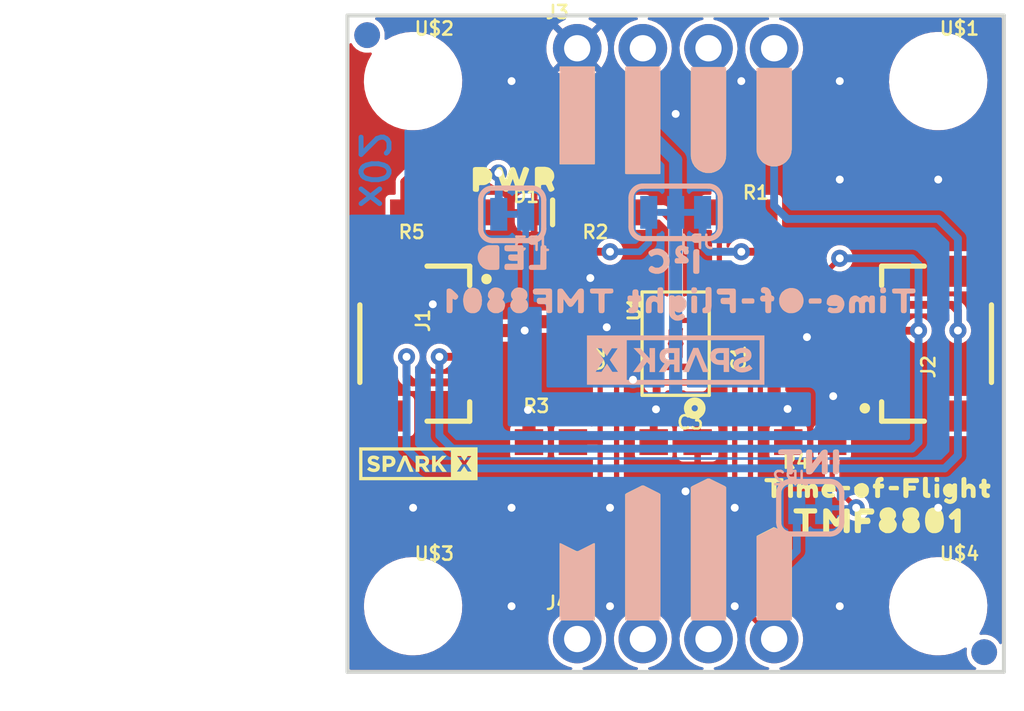
<source format=kicad_pcb>
(kicad_pcb (version 20211014) (generator pcbnew)
  (layers (0 "F.Cu" signal) (31 "B.Cu" signal) (34 "B.Paste" user) (35 "F.Paste" user) (36 "B.SilkS" user "B.Silkscreen") (37 "F.SilkS" user "F.Silkscreen") (38 "B.Mask" user) (39 "F.Mask" user) (44 "Edge.Cuts" user))
  (net 0 "")
  (net 1 "GND")
  (net 2 "3.3V")
  (net 3 "SCL")
  (net 4 "N$2")
  (net 5 "N$3")
  (net 6 "SDA")
  (net 7 "EN")
  (net 8 "GPIO1")
  (net 9 "GPIO0")
  (net 10 "N$1")
  (net 11 "N$4")
  (net 12 "~{INT}")
  (net 13 "N$5")
  (footprint "eagleBoard:DUMMY" (layer "F.Cu") (at 135.5471 118.2116)
    (fp_text reference "FRAME1" hide)
    (fp_text value "FRAME-LETTERNO_PACKAGE" hide)
  )
  (footprint "eagleBoard:STAND-OFF" (layer "F.Cu") (at 138.3411 115.1636)
    (fp_text reference "U$3" (at 0 -2.032) (layer "F.SilkS") (effects (font (size 0.512064 0.512064) (thickness 0.097536)) (justify left)))
    (fp_text value "")
    (pad "" np_thru_hole circle (at 0 0) (size 3.302 3.302) (drill 3.302) (layers *.Cu *.Mask))
  )
  (footprint "eagleBoard:#3#3V#1" (layer "F.Cu") (at 147.2311 98.7806 90)
    (fp_text reference "U$5" hide)
    (fp_text value "" hide)
  )
  (footprint "eagleBoard:FIDUCIAL-1X2" (layer "F.Cu") (at 136.5631 93.0656)
    (fp_text reference "FD1" hide)
    (fp_text value "FIDUCIAL1X2" hide)
    (pad "1" smd roundrect (at 0 0) (size 1 1) (layers "F.Cu" "F.Mask") (roundrect_rratio 0.5))
  )
  (footprint "eagleBoard:TIME#OF#FLIGHT0" (layer "F.Cu") (at 156.3751 110.5916)
    (fp_text reference "U$14" hide)
    (fp_text value "" hide)
  )
  (footprint "eagleBoard:TMF8801-CUSTOM" (layer "F.Cu") (at 148.5011 105.0036 90)
    (fp_text reference "U1" (at 0.81 -1.6 90) (layer "F.SilkS") (effects (font (size 0.460045 0.460045) (thickness 0.149555)) (justify left)))
    (fp_text value "TMF8801")
    (pad "1" smd rect (at -1.5 0.7375 90) (size 0.35 0.575) (layers "F.Cu" "F.Paste" "F.Mask") (net 2 "3.3V"))
    (pad "2" smd rect (at -0.9 0.7375 90) (size 0.35 0.575) (layers "F.Cu" "F.Paste" "F.Mask") (net 1 "GND"))
    (pad "3" smd rect (at -0.3 0.7375 90) (size 0.35 0.575) (layers "F.Cu" "F.Paste" "F.Mask") (net 9 "GPIO0"))
    (pad "4" smd rect (at 0.3 0.7375 90) (size 0.35 0.575) (layers "F.Cu" "F.Paste" "F.Mask") (net 12 "~{INT}"))
    (pad "5" smd rect (at 0.9 0.7375 90) (size 0.35 0.575) (layers "F.Cu" "F.Paste" "F.Mask") (net 3 "SCL"))
    (pad "6" smd rect (at 1.5 0.7375 90) (size 0.35 0.575) (layers "F.Cu" "F.Paste" "F.Mask") (net 6 "SDA"))
    (pad "7" smd rect (at 1.5 -0.7375 90) (size 0.35 0.575) (layers "F.Cu" "F.Paste" "F.Mask") (net 2 "3.3V"))
    (pad "8" smd rect (at 0.9 -0.7375 90) (size 0.35 0.575) (layers "F.Cu" "F.Paste" "F.Mask") (net 1 "GND"))
    (pad "9" smd rect (at 0.3 -0.7375 90) (size 0.35 0.575) (layers "F.Cu" "F.Paste" "F.Mask") (net 7 "EN"))
    (pad "10" smd rect (at -0.3 -0.7375 90) (size 0.35 0.575) (layers "F.Cu" "F.Paste" "F.Mask") (net 8 "GPIO1"))
    (pad "11" smd rect (at -0.9 -0.7375 90) (size 0.35 0.575) (layers "F.Cu" "F.Paste" "F.Mask") (net 1 "GND"))
    (pad "12" smd rect (at -1.5 -0.7375 90) (size 0.35 0.575) (layers "F.Cu" "F.Paste" "F.Mask") (net 2 "3.3V"))
  )
  (footprint "eagleBoard:FIDUCIAL-1X2" (layer "F.Cu") (at 160.4391 116.9416)
    (fp_text reference "FD3" hide)
    (fp_text value "FIDUCIAL1X2" hide)
    (pad "1" smd roundrect (at 0 0) (size 1 1) (layers "F.Cu" "F.Mask") (roundrect_rratio 0.5))
  )
  (footprint "eagleBoard:LED-0603" (layer "F.Cu") (at 142.1511 99.9236)
    (fp_text reference "D1" (at 0 -0.635) (layer "F.SilkS") (effects (font (size 0.512064 0.512064) (thickness 0.097536)) (justify left)))
    (fp_text value "RED")
    (pad "A" smd roundrect (at -0.877 0 270) (size 1 1) (layers "F.Cu" "F.Paste" "F.Mask") (roundrect_rratio 0.15) (net 10 "N$1"))
    (pad "C" smd roundrect (at 0.877 0 270) (size 1 1) (layers "F.Cu" "F.Paste" "F.Mask") (roundrect_rratio 0.15) (net 1 "GND"))
  )
  (footprint "eagleBoard:##INT##7" (layer "F.Cu") (at 152.319393 116.03746 90)
    (fp_text reference "U$8" hide)
    (fp_text value "" hide)
  )
  (footprint "eagleBoard:1X04_NO_SILK" (layer "F.Cu") (at 144.6911 116.4336)
    (fp_text reference "J4" (at -1.27 -1.397) (layer "F.SilkS") (effects (font (size 0.512064 0.512064) (thickness 0.097536)) (justify left)))
    (fp_text value "")
    (pad "1" thru_hole circle (at 0 0 90) (size 1.8796 1.8796) (drill 1.016) (layers *.Cu *.Mask) (net 7 "EN"))
    (pad "2" thru_hole circle (at 2.54 0 90) (size 1.8796 1.8796) (drill 1.016) (layers *.Cu *.Mask) (net 8 "GPIO1"))
    (pad "3" thru_hole circle (at 5.08 0 90) (size 1.8796 1.8796) (drill 1.016) (layers *.Cu *.Mask) (net 9 "GPIO0"))
    (pad "4" thru_hole circle (at 7.62 0 90) (size 1.8796 1.8796) (drill 1.016) (layers *.Cu *.Mask) (net 12 "~{INT}"))
  )
  (footprint "eagleBoard:TMF88010" (layer "F.Cu") (at 156.3751 111.8616)
    (fp_text reference "U$13" hide)
    (fp_text value "" hide)
  )
  (footprint "eagleBoard:SPARKX-TINY" (layer "F.Cu") (at 138.5443 109.6518)
    (fp_text reference "U$20" hide)
    (fp_text value "" hide)
  )
  (footprint "eagleBoard:0603" (layer "F.Cu") (at 143.6751 108.8136 180)
    (fp_text reference "R3" (at 0 1.397) (layer "F.SilkS") (effects (font (size 0.512064 0.512064) (thickness 0.097536)) (justify right)))
    (fp_text value "10k")
    (pad "1" smd rect (at -0.85 0 180) (size 1.1 1) (layers "F.Cu" "F.Paste" "F.Mask") (net 7 "EN"))
    (pad "2" smd rect (at 0.85 0 180) (size 1.1 1) (layers "F.Cu" "F.Paste" "F.Mask") (net 2 "3.3V"))
  )
  (footprint "eagleBoard:0603" (layer "F.Cu") (at 148.5011 108.8136)
    (fp_text reference "C3" (at 0 -0.762) (layer "F.SilkS") (effects (font (size 0.512064 0.512064) (thickness 0.097536)) (justify left)))
    (fp_text value "0.1uF")
    (pad "1" smd rect (at -0.85 0) (size 1.1 1) (layers "F.Cu" "F.Paste" "F.Mask") (net 2 "3.3V"))
    (pad "2" smd rect (at 0.85 0) (size 1.1 1) (layers "F.Cu" "F.Paste" "F.Mask") (net 1 "GND"))
  )
  (footprint "eagleBoard:STAND-OFF" (layer "F.Cu") (at 158.6611 115.1636)
    (fp_text reference "U$4" (at 0 -2.032) (layer "F.SilkS") (effects (font (size 0.512064 0.512064) (thickness 0.097536)) (justify left)))
    (fp_text value "")
    (pad "" np_thru_hole circle (at 0 0) (size 3.302 3.302) (drill 3.302) (layers *.Cu *.Mask))
  )
  (footprint "eagleBoard:#GPIO0#7" (layer "F.Cu") (at 149.7711 116.0526 90)
    (fp_text reference "U$9" hide)
    (fp_text value "" hide)
  )
  (footprint "eagleBoard:0603" (layer "F.Cu") (at 151.0411 99.9236)
    (fp_text reference "R1" (at 0 -0.762) (layer "F.SilkS") (effects (font (size 0.512064 0.512064) (thickness 0.097536)) (justify left)))
    (fp_text value "2.2k")
    (pad "1" smd rect (at -0.85 0) (size 1.1 1) (layers "F.Cu" "F.Paste" "F.Mask") (net 6 "SDA"))
    (pad "2" smd rect (at 0.85 0) (size 1.1 1) (layers "F.Cu" "F.Paste" "F.Mask") (net 4 "N$2"))
  )
  (footprint "eagleBoard:JST04_1MM_RA" (layer "F.Cu") (at 140.8811 105.0036 -90)
    (fp_text reference "J1" (at -1.397 2.159 90) (layer "F.SilkS") (effects (font (size 0.512064 0.512064) (thickness 0.097536)) (justify right)))
    (fp_text value "Qwiic")
    (pad "1" smd rect (at -1.5 0 270) (size 0.6 1.35) (layers "F.Cu" "F.Paste" "F.Mask") (net 1 "GND"))
    (pad "2" smd rect (at -0.5 0 270) (size 0.6 1.35) (layers "F.Cu" "F.Paste" "F.Mask") (net 2 "3.3V"))
    (pad "3" smd rect (at 0.5 0 270) (size 0.6 1.35) (layers "F.Cu" "F.Paste" "F.Mask") (net 6 "SDA"))
    (pad "4" smd rect (at 1.5 0 270) (size 0.6 1.35) (layers "F.Cu" "F.Paste" "F.Mask") (net 3 "SCL"))
    (pad "NC1" smd rect (at 2.8 3.675 270) (size 1.2 2) (layers "F.Cu" "F.Paste" "F.Mask"))
    (pad "NC2" smd rect (at -2.8 3.675 270) (size 1.2 2) (layers "F.Cu" "F.Paste" "F.Mask"))
  )
  (footprint "eagleBoard:0603" (layer "F.Cu") (at 144.6911 105.0036 -90)
    (fp_text reference "C2" (at 0 -0.7874 90) (layer "F.SilkS") (effects (font (size 0.512064 0.512064) (thickness 0.097536)) (justify right)))
    (fp_text value "0.1uF")
    (pad "1" smd rect (at -0.85 0 270) (size 1.1 1) (layers "F.Cu" "F.Paste" "F.Mask") (net 2 "3.3V"))
    (pad "2" smd rect (at 0.85 0 270) (size 1.1 1) (layers "F.Cu" "F.Paste" "F.Mask") (net 1 "GND"))
  )
  (footprint "eagleBoard:0603" (layer "F.Cu") (at 145.9611 99.9236 180)
    (fp_text reference "R2" (at 0 -0.762) (layer "F.SilkS") (effects (font (size 0.512064 0.512064) (thickness 0.097536)) (justify right)))
    (fp_text value "2.2k")
    (pad "1" smd rect (at -0.85 0 180) (size 1.1 1) (layers "F.Cu" "F.Paste" "F.Mask") (net 3 "SCL"))
    (pad "2" smd rect (at 0.85 0 180) (size 1.1 1) (layers "F.Cu" "F.Paste" "F.Mask") (net 5 "N$3"))
  )
  (footprint "eagleBoard:0603" (layer "F.Cu") (at 138.8491 99.9236 180)
    (fp_text reference "R5" (at 0 -0.762) (layer "F.SilkS") (effects (font (size 0.512064 0.512064) (thickness 0.097536)) (justify right)))
    (fp_text value "1k")
    (pad "1" smd rect (at -0.85 0 180) (size 1.1 1) (layers "F.Cu" "F.Paste" "F.Mask") (net 10 "N$1"))
    (pad "2" smd rect (at 0.85 0 180) (size 1.1 1) (layers "F.Cu" "F.Paste" "F.Mask") (net 11 "N$4"))
  )
  (footprint "eagleBoard:#GND#0" (layer "F.Cu") (at 144.6911 98.3996 90)
    (fp_text reference "U$7" hide)
    (fp_text value "" hide)
  )
  (footprint "eagleBoard:#EN#6" (layer "F.Cu") (at 144.6911 116.0526 90)
    (fp_text reference "U$11" hide)
    (fp_text value "" hide)
  )
  (footprint "eagleBoard:STAND-OFF" (layer "F.Cu") (at 138.3411 94.8436)
    (fp_text reference "U$2" (at 0 -2.032) (layer "F.SilkS") (effects (font (size 0.512064 0.512064) (thickness 0.097536)) (justify left)))
    (fp_text value "")
    (pad "" np_thru_hole circle (at 0 0) (size 3.302 3.302) (drill 3.302) (layers *.Cu *.Mask))
  )
  (footprint "eagleBoard:#SDA#4" (layer "F.Cu") (at 149.7711 98.3996 90)
    (fp_text reference "U$6" hide)
    (fp_text value "" hide)
  )
  (footprint "eagleBoard:STAND-OFF" (layer "F.Cu") (at 158.6611 94.8436)
    (fp_text reference "U$1" (at 0 -2.032) (layer "F.SilkS") (effects (font (size 0.512064 0.512064) (thickness 0.097536)) (justify left)))
    (fp_text value "")
    (pad "" np_thru_hole circle (at 0 0) (size 3.302 3.302) (drill 3.302) (layers *.Cu *.Mask))
  )
  (footprint "eagleBoard:#SCL#5" (layer "F.Cu") (at 152.3111 98.1456 90)
    (fp_text reference "U$21" hide)
    (fp_text value "" hide)
  )
  (footprint "eagleBoard:#GPIO1#7" (layer "F.Cu") (at 147.2311 116.0526 90)
    (fp_text reference "U$10" hide)
    (fp_text value "" hide)
  )
  (footprint "eagleBoard:PWR2" (layer "F.Cu") (at 142.2781 98.6536)
    (fp_text reference "U$30" hide)
    (fp_text value "" hide)
  )
  (footprint "eagleBoard:JST04_1MM_RA" (layer "F.Cu") (at 156.1211 105.0036 90)
    (fp_text reference "J2" (at -1.397 2.159 90) (layer "F.SilkS") (effects (font (size 0.512064 0.512064) (thickness 0.097536)) (justify left)))
    (fp_text value "Qwiic")
    (pad "1" smd rect (at -1.5 0 90) (size 0.6 1.35) (layers "F.Cu" "F.Paste" "F.Mask") (net 1 "GND"))
    (pad "2" smd rect (at -0.5 0 90) (size 0.6 1.35) (layers "F.Cu" "F.Paste" "F.Mask") (net 2 "3.3V"))
    (pad "3" smd rect (at 0.5 0 90) (size 0.6 1.35) (layers "F.Cu" "F.Paste" "F.Mask") (net 6 "SDA"))
    (pad "4" smd rect (at 1.5 0 90) (size 0.6 1.35) (layers "F.Cu" "F.Paste" "F.Mask") (net 3 "SCL"))
    (pad "NC1" smd rect (at 2.8 3.675 90) (size 1.2 2) (layers "F.Cu" "F.Paste" "F.Mask"))
    (pad "NC2" smd rect (at -2.8 3.675 90) (size 1.2 2) (layers "F.Cu" "F.Paste" "F.Mask"))
  )
  (footprint "eagleBoard:0603" (layer "F.Cu") (at 153.7081 108.8136 180)
    (fp_text reference "R4" (at 0 -0.762) (layer "F.SilkS") (effects (font (size 0.512064 0.512064) (thickness 0.097536)) (justify right)))
    (fp_text value "10k")
    (pad "1" smd rect (at -0.85 0 180) (size 1.1 1) (layers "F.Cu" "F.Paste" "F.Mask") (net 13 "N$5"))
    (pad "2" smd rect (at 0.85 0 180) (size 1.1 1) (layers "F.Cu" "F.Paste" "F.Mask") (net 2 "3.3V"))
  )
  (footprint "eagleBoard:0603" (layer "F.Cu") (at 152.3111 105.0036 90)
    (fp_text reference "C1" (at 0 -1.3716 90) (layer "F.SilkS") (effects (font (size 0.512064 0.512064) (thickness 0.097536)) (justify right)))
    (fp_text value "0.1uF")
    (pad "1" smd rect (at -0.85 0 90) (size 1.1 1) (layers "F.Cu" "F.Paste" "F.Mask") (net 2 "3.3V"))
    (pad "2" smd rect (at 0.85 0 90) (size 1.1 1) (layers "F.Cu" "F.Paste" "F.Mask") (net 1 "GND"))
  )
  (footprint "eagleBoard:1X04_NO_SILK" (layer "F.Cu") (at 144.6911 93.5736)
    (fp_text reference "J3" (at -1.27 -1.397) (layer "F.SilkS") (effects (font (size 0.512064 0.512064) (thickness 0.097536)) (justify left)))
    (fp_text value "")
    (pad "1" thru_hole circle (at 0 0 90) (size 1.8796 1.8796) (drill 1.016) (layers *.Cu *.Mask) (net 1 "GND"))
    (pad "2" thru_hole circle (at 2.54 0 90) (size 1.8796 1.8796) (drill 1.016) (layers *.Cu *.Mask) (net 2 "3.3V"))
    (pad "3" thru_hole circle (at 5.08 0 90) (size 1.8796 1.8796) (drill 1.016) (layers *.Cu *.Mask) (net 6 "SDA"))
    (pad "4" thru_hole circle (at 7.62 0 90) (size 1.8796 1.8796) (drill 1.016) (layers *.Cu *.Mask) (net 3 "SCL"))
  )
  (footprint "eagleBoard:SMT-JUMPER_2_NC_TRACE_SILK" (layer "B.Cu") (at 142.1765 99.9998)
    (fp_text reference "JP3" (at 0 1.143) (layer "B.SilkS") (effects (font (size 0.512064 0.512064) (thickness 0.097536)) (justify right mirror)))
    (fp_text value "JUMPER-SMT_2_NC_TRACE_SILK")
    (fp_poly (pts (xy 0.1905 -0.13335) (xy -0.70485 -0.13335) (xy -0.70485 0.13335) (xy 0.1905 0.13335)) (layer "B.Cu") (width 0) (fill solid))
    (pad "1" smd rect (at -0.5207 0) (size 0.6604 1.27) (layers "B.Cu" "B.Mask") (net 11 "N$4"))
    (pad "2" smd rect (at 0.5207 0) (size 0.6604 1.27) (layers "B.Cu" "B.Mask") (net 2 "3.3V"))
  )
  (footprint "eagleBoard:FIDUCIAL-1X2" (layer "B.Cu") (at 136.5631 93.0656 180)
    (fp_text reference "FD2" hide)
    (fp_text value "FIDUCIAL1X2" hide)
    (pad "1" smd roundrect (at 0 0 180) (size 1 1) (layers "B.Cu" "B.Mask") (roundrect_rratio 0.5))
  )
  (footprint "eagleBoard:#GPIO0#7" (layer "B.Cu") (at 149.7711 116.0526 90)
    (fp_text reference "U$25" hide)
    (fp_text value "" hide)
  )
  (footprint "eagleBoard:SMT-JUMPER_2_NC_TRACE_SILK" (layer "B.Cu") (at 153.7081 111.3536 180)
    (fp_text reference "JP2" (at 0 1.143) (layer "B.SilkS") (effects (font (size 0.512064 0.512064) (thickness 0.097536)) (justify left mirror)))
    (fp_text value "JUMPER-SMT_2_NC_TRACE_SILK")
    (fp_poly (pts (xy 0.1905 -0.13335) (xy -0.70485 -0.13335) (xy -0.70485 0.13335) (xy 0.1905 0.13335)) (layer "B.Cu") (width 0) (fill solid))
    (pad "1" smd rect (at -0.5207 0 180) (size 0.6604 1.27) (layers "B.Cu" "B.Mask") (net 13 "N$5"))
    (pad "2" smd rect (at 0.5207 0 180) (size 0.6604 1.27) (layers "B.Cu" "B.Mask") (net 12 "~{INT}"))
  )
  (footprint "eagleBoard:LED1" (layer "B.Cu") (at 142.1257 101.6762 180)
    (fp_text reference "U$29" hide)
    (fp_text value "" hide)
  )
  (footprint "eagleBoard:#GPIO1#7" (layer "B.Cu") (at 147.2311 116.0526 90)
    (fp_text reference "U$26" hide)
    (fp_text value "" hide)
  )
  (footprint "eagleBoard:SPARKX-SMALL" (layer "B.Cu") (at 148.5011 105.6386 180)
    (fp_text reference "U$27" hide)
    (fp_text value "" hide)
  )
  (footprint "eagleBoard:#EN#6" (layer "B.Cu") (at 144.6911 116.0526 90)
    (fp_text reference "U$23" hide)
    (fp_text value "" hide)
  )
  (footprint "eagleBoard:TIME#OF#FLIGHT_TMF88018" (layer "B.Cu") (at 148.6281 103.3526 180)
    (fp_text reference "U$16" hide)
    (fp_text value "" hide)
  )
  (footprint "eagleBoard:SMT-JUMPER_3_2-NC_TRACE_SILK" (layer "B.Cu") (at 148.5011 99.9236)
    (fp_text reference "JP1" (at 0 1.143) (layer "B.SilkS") (effects (font (size 0.512064 0.512064) (thickness 0.097536)) (justify right mirror)))
    (fp_text value "JUMPER-SMT_3_2-NC_TRACE_SILK")
    (fp_poly (pts (xy 0.7112 -0.13335) (xy -0.7112 -0.13335) (xy -0.7112 0.13335) (xy 0.7112 0.13335)) (layer "B.Cu") (width 0) (fill solid))
    (pad "1" smd rect (at -1.0414 0) (size 0.6604 1.27) (layers "B.Cu" "B.Mask") (net 5 "N$3"))
    (pad "2" smd rect (at 0 0) (size 0.6604 1.27) (layers "B.Cu" "B.Mask") (net 2 "3.3V"))
    (pad "3" smd rect (at 1.0414 0) (size 0.6604 1.27) (layers "B.Cu" "B.Mask") (net 4 "N$2"))
  )
  (footprint "eagleBoard:#3#3V#1" (layer "B.Cu") (at 147.2311 98.7806 90)
    (fp_text reference "U$17" hide)
    (fp_text value "" hide)
  )
  (footprint "eagleBoard:#GND#0" (layer "B.Cu") (at 144.6911 98.3996 90)
    (fp_text reference "U$18" hide)
    (fp_text value "" hide)
  )
  (footprint "eagleBoard:##INT##7" (layer "B.Cu") (at 152.3111 116.0526 90)
    (fp_text reference "U$24" hide)
    (fp_text value "" hide)
  )
  (footprint "eagleBoard:I�C0" (layer "B.Cu") (at 148.3741 101.8286 180)
    (fp_text reference "U$28" hide)
    (fp_text value "" hide)
  )
  (footprint "eagleBoard:#SCL#5" (layer "B.Cu") (at 152.3111 98.1456 90)
    (fp_text reference "U$22" hide)
    (fp_text value "" hide)
  )
  (footprint "eagleBoard:#SDA#4" (layer "B.Cu") (at 149.7711 98.3996 90)
    (fp_text reference "U$19" hide)
    (fp_text value "" hide)
  )
  (footprint "eagleBoard:#INT0" (layer "B.Cu") (at 153.5811 109.4486 180)
    (fp_text reference "U$12" hide)
    (fp_text value "" hide)
  )
  (footprint "eagleBoard:FIDUCIAL-1X2" (layer "B.Cu") (at 160.4391 116.9416 180)
    (fp_text reference "FD4" hide)
    (fp_text value "FIDUCIAL1X2" hide)
    (pad "1" smd roundrect (at 0 0 180) (size 1 1) (layers "B.Cu" "B.Mask") (roundrect_rratio 0.5))
  )
  (gr_line (start 135.8011 117.7036) (end 161.2011 117.7036) (layer "Edge.Cuts") (width 0.1524))
  (gr_line (start 161.2011 92.3036) (end 135.8011 92.3036) (layer "Edge.Cuts") (width 0.1524))
  (gr_line (start 135.8011 92.3036) (end 135.8011 117.7036) (layer "Edge.Cuts") (width 0.1524))
  (gr_line (start 161.2011 117.7036) (end 161.2011 92.3036) (layer "Edge.Cuts") (width 0.1524))
  (gr_text "x02" (at 136.8171 98.2726 -90) (layer "B.Cu") (effects (font (size 1.0795 1.0795) (thickness 0.1905)) (justify mirror)))
  (via (at 154.8511 94.8436) (size 0.6604) (drill 0.3048) (layers "F.Cu" "B.Cu") (net 1))
  (via (at 139.1031 103.4796) (size 0.6604) (drill 0.3048) (layers "F.Cu" "B.Cu") (net 1))
  (via (at 153.5811 104.7496) (size 0.6604) (drill 0.3048) (layers "F.Cu" "B.Cu") (net 1))
  (via (at 154.5971 107.0356) (size 0.6604) (drill 0.3048) (layers "F.Cu" "B.Cu") (net 1))
  (via (at 142.1511 115.1636) (size 0.6604) (drill 0.3048) (layers "F.Cu" "B.Cu") (net 1))
  (via (at 145.8341 104.3686) (size 0.6604) (drill 0.3048) (layers "F.Cu" "B.Cu") (net 1))
  (via (at 145.9611 111.3536) (size 0.6604) (drill 0.3048) (layers "F.Cu" "B.Cu") (net 1))
  (via (at 150.7871 111.3536) (size 0.6604) (drill 0.3048) (layers "F.Cu" "B.Cu") (net 1))
  (via (at 150.7871 115.1636) (size 0.6604) (drill 0.3048) (layers "F.Cu" "B.Cu") (net 1))
  (via (at 148.8821 110.7186) (size 0.6604) (drill 0.3048) (layers "F.Cu" "B.Cu") (net 1))
  (via (at 138.3411 111.3536) (size 0.6604) (drill 0.3048) (layers "F.Cu" "B.Cu") (net 1))
  (via (at 154.8511 98.6536) (size 0.6604) (drill 0.3048) (layers "F.Cu" "B.Cu") (net 1))
  (via (at 145.9611 115.1636) (size 0.6604) (drill 0.3048) (layers "F.Cu" "B.Cu") (net 1))
  (via (at 145.1991 102.4636) (size 0.6604) (drill 0.3048) (layers "F.Cu" "B.Cu") (net 1))
  (via (at 158.6611 111.3536) (size 0.6604) (drill 0.3048) (layers "F.Cu" "B.Cu") (net 1))
  (via (at 154.8511 115.1636) (size 0.6604) (drill 0.3048) (layers "F.Cu" "B.Cu") (net 1))
  (via (at 142.1511 94.8436) (size 0.6604) (drill 0.3048) (layers "F.Cu" "B.Cu") (net 1))
  (via (at 142.1511 111.3536) (size 0.6604) (drill 0.3048) (layers "F.Cu" "B.Cu") (net 1))
  (via (at 148.5011 96.1136) (size 0.6604) (drill 0.3048) (layers "F.Cu" "B.Cu") (net 1))
  (via (at 158.6611 98.6536) (size 0.6604) (drill 0.3048) (layers "F.Cu" "B.Cu") (net 1))
  (via (at 146.8501 106.4006) (size 0.6604) (drill 0.3048) (layers "F.Cu" "B.Cu") (net 1))
  (via (at 151.0411 94.8436) (size 0.6604) (drill 0.3048) (layers "F.Cu" "B.Cu") (net 1))
  (segment (start 142.8251 108.8136) (end 142.8251 107.5572) (width 0.508) (layer "F.Cu") (net 2))
  (segment (start 145.3021 103.5036) (end 144.6911 104.1146) (width 0.3048) (layer "F.Cu") (net 2))
  (segment (start 147.6511 108.8136) (end 147.6511 108.1396) (width 0.3048) (layer "F.Cu") (net 2))
  (segment (start 144.6911 104.1536) (end 144.6911 104.1146) (width 0.3048) (layer "F.Cu") (net 2))
  (segment (start 147.7391 108.0516) (end 147.7391 107.5436) (width 0.3048) (layer "F.Cu") (net 2))
  (segment (start 140.8891 104.4956) (end 142.6591 104.4956) (width 0.508) (layer "F.Cu") (net 2))
  (segment (start 147.7636 107.5191) (end 147.7391 107.5436) (width 0.3048) (layer "F.Cu") (net 2))
  (segment (start 147.7636 106.5036) (end 147.7636 107.5191) (width 0.3048) (layer "F.Cu") (net 2))
  (segment (start 147.7636 103.5036) (end 145.3021 103.5036) (width 0.3048) (layer "F.Cu") (net 2))
  (segment (start 152.8581 108.8136) (end 152.8581 107.5808) (width 0.508) (layer "F.Cu") (net 2))
  (segment (start 156.1211 105.5036) (end 154.3511 105.5036) (width 0.508) (layer "F.Cu") (net 2))
  (segment (start 152.3111 107.0102) (end 152.8318 107.5309) (width 0.508) (layer "F.Cu") (net 2))
  (segment (start 142.8115 107.5436) (end 142.7861 107.569) (width 0.508) (layer "F.Cu") (net 2))
  (segment (start 147.6511 108.1396) (end 147.7391 108.0516) (width 0.3048) (layer "F.Cu") (net 2))
  (segment (start 140.8811 104.5036) (end 140.8891 104.4956) (width 0.508) (layer "F.Cu") (net 2))
  (segment (start 152.8699 107.569) (end 152.8318 107.5309) (width 0.508) (layer "F.Cu") (net 2))
  (segment (start 154.0011 105.8536) (end 152.3111 105.8536) (width 0.508) (layer "F.Cu") (net 2))
  (segment (start 143.0011 104.1536) (end 142.6591 104.4956) (width 0.508) (layer "F.Cu") (net 2))
  (segment (start 152.8581 107.5808) (end 152.8699 107.569) (width 0.508) (layer "F.Cu") (net 2))
  (segment (start 147.7636 106.5036) (end 149.2386 106.5036) (width 0.254) (layer "F.Cu") (net 2))
  (segment (start 154.3511 105.5036) (end 154.0011 105.8536) (width 0.508) (layer "F.Cu") (net 2))
  (segment (start 152.3111 105.8536) (end 152.3111 107.0102) (width 0.508) (layer "F.Cu") (net 2))
  (segment (start 142.8251 107.5572) (end 142.8115 107.5436) (width 0.508) (layer "F.Cu") (net 2))
  (segment (start 144.6911 104.1536) (end 143.0011 104.1536) (width 0.508) (layer "F.Cu") (net 2))
  (via (at 147.7391 107.5436) (size 0.6604) (drill 0.3048) (layers "F.Cu" "B.Cu") (net 2))
  (via (at 152.8318 107.5309) (size 0.6604) (drill 0.3048) (layers "F.Cu" "B.Cu") (net 2))
  (via (at 142.7861 107.569) (size 0.6604) (drill 0.3048) (layers "F.Cu" "B.Cu") (net 2))
  (via (at 142.6591 104.4956) (size 0.6604) (drill 0.3048) (layers "F.Cu" "B.Cu") (net 2))
  (segment (start 147.2311 96.6216) (end 148.5011 97.8916) (width 0.508) (layer "B.Cu") (net 2))
  (segment (start 148.5011 99.9236) (end 148.5011 107.0356) (width 0.508) (layer "B.Cu") (net 2))
  (segment (start 147.2311 93.5736) (end 147.2311 96.6216) (width 0.508) (layer "B.Cu") (net 2))
  (segment (start 142.6972 99.9998) (end 142.6972 104.4575) (width 0.254) (layer "B.Cu") (net 2))
  (segment (start 142.6972 104.4575) (end 142.6591 104.4956) (width 0.254) (layer "B.Cu") (net 2))
  (segment (start 148.5011 97.8916) (end 148.5011 99.9236) (width 0.508) (layer "B.Cu") (net 2))
  (segment (start 148.5011 103.8606) (end 148.5011 100.4316) (width 0.2032) (layer "F.Cu") (net 3))
  (segment (start 154.3431 103.4796) (end 156.0971 103.4796) (width 0.2032) (layer "F.Cu") (net 3))
  (segment (start 156.1211 103.5036) (end 159.1931 103.5036) (width 0.3048) (layer "F.Cu") (net 3))
  (segment (start 153.8351 102.9716) (end 154.3431 103.4796) (width 0.2032) (layer "F.Cu") (net 3))
  (segment (start 140.8811 106.5036) (end 138.3171 106.5036) (width 0.3048) (layer "F.Cu") (net 3))
  (segment (start 159.1931 103.5036) (end 159.4231 103.7336) (width 0.3048) (layer "F.Cu") (net 3))
  (segment (start 150.6711 104.1036) (end 151.8031 102.9716) (width 0.2032) (layer "F.Cu") (net 3))
  (segment (start 151.8031 102.9716) (end 153.8351 102.9716) (width 0.2032) (layer "F.Cu") (net 3))
  (segment (start 149.2386 104.1036) (end 148.7441 104.1036) (width 0.2032) (layer "F.Cu") (net 3))
  (segment (start 156.0971 103.4796) (end 156.1211 103.5036) (width 0.2032) (layer "F.Cu") (net 3))
  (segment (start 138.3171 106.5036) (end 138.0871 106.2736) (width 0.3048) (layer "F.Cu") (net 3))
  (segment (start 147.9931 99.9236) (end 146.8111 99.9236) (width 0.2032) (layer "F.Cu") (net 3))
  (segment (start 149.2386 104.1036) (end 150.6711 104.1036) (width 0.2032) (layer "F.Cu") (net 3))
  (segment (start 148.5011 100.4316) (end 147.9931 99.9236) (width 0.2032) (layer "F.Cu") (net 3))
  (segment (start 148.7441 104.1036) (end 148.5011 103.8606) (width 0.2032) (layer "F.Cu") (net 3))
  (segment (start 138.0871 106.2736) (end 138.0871 105.5116) (width 0.3048) (layer "F.Cu") (net 3))
  (segment (start 159.4231 103.7336) (end 159.4231 104.4956) (width 0.3048) (layer "F.Cu") (net 3))
  (via (at 159.4231 104.4956) (size 0.6604) (drill 0.3048) (layers "F.Cu" "B.Cu") (net 3))
  (via (at 138.0871 105.5116) (size 0.6604) (drill 0.3048) (layers "F.Cu" "B.Cu") (net 3))
  (segment (start 138.0871 105.5116) (end 138.0871 109.0676) (width 0.3048) (layer "B.Cu") (net 3))
  (segment (start 152.3111 99.6696) (end 152.8191 100.1776) (width 0.3048) (layer "B.Cu") (net 3))
  (segment (start 138.0871 109.0676) (end 138.8491 109.8296) (width 0.3048) (layer "B.Cu") (net 3))
  (segment (start 152.8191 100.1776) (end 158.6611 100.1776) (width 0.3048) (layer "B.Cu") (net 3))
  (segment (start 138.8491 109.8296) (end 158.9151 109.8296) (width 0.3048) (layer "B.Cu") (net 3))
  (segment (start 159.4231 109.3216) (end 159.4231 104.4956) (width 0.3048) (layer "B.Cu") (net 3))
  (segment (start 152.3111 93.5736) (end 152.3111 99.6696) (width 0.3048) (layer "B.Cu") (net 3))
  (segment (start 159.4231 100.9396) (end 159.4231 104.4956) (width 0.3048) (layer "B.Cu") (net 3))
  (segment (start 158.9151 109.8296) (end 159.4231 109.3216) (width 0.3048) (layer "B.Cu") (net 3))
  (segment (start 158.6611 100.1776) (end 159.4231 100.9396) (width 0.3048) (layer "B.Cu") (net 3))
  (segment (start 151.8031 101.4476) (end 151.0411 101.4476) (width 0.3048) (layer "F.Cu") (net 4))
  (segment (start 151.8911 99.9236) (end 151.8911 101.3596) (width 0.3048) (layer "F.Cu") (net 4))
  (segment (start 151.8911 101.3596) (end 151.8031 101.4476) (width 0.3048) (layer "F.Cu") (net 4))
  (via (at 151.0411 101.4476) (size 0.6604) (drill 0.3048) (layers "F.Cu" "B.Cu") (net 4))
  (segment (start 149.7711 101.4476) (end 151.0411 101.4476) (width 0.3048) (layer "B.Cu") (net 4))
  (segment (start 149.5425 99.9236) (end 149.5425 101.219) (width 0.3048) (layer "B.Cu") (net 4))
  (segment (start 149.5425 101.219) (end 149.7711 101.4476) (width 0.3048) (layer "B.Cu") (net 4))
  (segment (start 145.1111 99.9236) (end 145.1111 101.3596) (width 0.3048) (layer "F.Cu") (net 5))
  (segment (start 145.1111 101.3596) (end 145.1991 101.4476) (width 0.3048) (layer "F.Cu") (net 5))
  (segment (start 145.1991 101.4476) (end 145.9611 101.4476) (width 0.3048) (layer "F.Cu") (net 5))
  (via (at 145.9611 101.4476) (size 0.6604) (drill 0.3048) (layers "F.Cu" "B.Cu") (net 5))
  (segment (start 147.4597 101.092) (end 147.1041 101.4476) (width 0.254) (layer "B.Cu") (net 5))
  (segment (start 147.4597 99.9236) (end 147.4597 101.092) (width 0.254) (layer "B.Cu") (net 5))
  (segment (start 147.1041 101.4476) (end 145.9611 101.4476) (width 0.254) (layer "B.Cu") (net 5))
  (segment (start 150.1911 102.2096) (end 150.1911 99.9236) (width 0.2032) (layer "F.Cu") (net 6))
  (segment (start 154.8511 101.7016) (end 154.3431 102.2096) (width 0.2032) (layer "F.Cu") (net 6))
  (segment (start 150.1911 103.0596) (end 150.1911 102.2096) (width 0.2032) (layer "F.Cu") (net 6))
  (segment (start 149.7711 96.6216) (end 149.7711 93.5736) (width 0.254) (layer "F.Cu") (net 6))
  (segment (start 140.8811 105.5036) (end 140.8731 105.5116) (width 0.3048) (layer "F.Cu") (net 6))
  (segment (start 157.8911 104.5036) (end 156.1211 104.5036) (width 0.3048) (layer "F.Cu") (net 6))
  (segment (start 150.1911 97.0416) (end 149.7711 96.6216) (width 0.254) (layer "F.Cu") (net 6))
  (segment (start 140.8731 105.5116) (end 139.3571 105.5116) (width 0.3048) (layer "F.Cu") (net 6))
  (segment (start 150.1911 99.9236) (end 150.1911 97.0416) (width 0.254) (layer "F.Cu") (net 6))
  (segment (start 154.3431 102.2096) (end 150.1911 102.2096) (width 0.2032) (layer "F.Cu") (net 6))
  (segment (start 149.7471 103.5036) (end 150.1911 103.0596) (width 0.2032) (layer "F.Cu") (net 6))
  (segment (start 157.8991 104.4956) (end 157.8911 104.5036) (width 0.3048) (layer "F.Cu") (net 6))
  (segment (start 149.2386 103.5036) (end 149.7471 103.5036) (width 0.2032) (layer "F.Cu") (net 6))
  (via (at 157.8991 104.4956) (size 0.6604) (drill 0.3048) (layers "F.Cu" "B.Cu") (net 6))
  (via (at 139.3571 105.5116) (size 0.6604) (drill 0.3048) (layers "F.Cu" "B.Cu") (net 6))
  (via (at 154.8511 101.7016) (size 0.6604) (drill 0.3048) (layers "F.Cu" "B.Cu") (net 6))
  (segment (start 139.3571 105.5116) (end 139.3571 108.5596) (width 0.3048) (layer "B.Cu") (net 6))
  (segment (start 157.8991 101.9556) (end 157.6451 101.7016) (width 0.3048) (layer "B.Cu") (net 6))
  (segment (start 157.6451 109.0676) (end 157.8991 108.8136) (width 0.3048) (layer "B.Cu") (net 6))
  (segment (start 157.6451 101.7016) (end 154.8511 101.7016) (width 0.3048) (layer "B.Cu") (net 6))
  (segment (start 139.3571 108.5596) (end 139.8651 109.0676) (width 0.3048) (layer "B.Cu") (net 6))
  (segment (start 157.8991 108.8136) (end 157.8991 104.4956) (width 0.3048) (layer "B.Cu") (net 6))
  (segment (start 157.8991 104.4956) (end 157.8991 101.9556) (width 0.3048) (layer "B.Cu") (net 6))
  (segment (start 139.8651 109.0676) (end 157.6451 109.0676) (width 0.3048) (layer "B.Cu") (net 6))
  (segment (start 145.5801 110.4646) (end 145.5801 108.8136) (width 0.2032) (layer "F.Cu") (net 7))
  (segment (start 145.5801 108.8136) (end 145.5801 105.7707) (width 0.2032) (layer "F.Cu") (net 7))
  (segment (start 144.6911 111.3536) (end 145.5801 110.4646) (width 0.2032) (layer "F.Cu") (net 7))
  (segment (start 144.5251 108.8136) (end 145.5801 108.8136) (width 0.2032) (layer "F.Cu") (net 7))
  (segment (start 146.6472 104.7036) (end 147.7636 104.7036) (width 0.2032) (layer "F.Cu") (net 7))
  (segment (start 144.6911 116.4336) (end 144.6911 111.3536) (width 0.2032) (layer "F.Cu") (net 7))
  (segment (start 145.5801 105.7707) (end 146.6472 104.7036) (width 0.2032) (layer "F.Cu") (net 7))
  (segment (start 146.2151 105.8926) (end 146.2151 110.3376) (width 0.2032) (layer "F.Cu") (net 8))
  (segment (start 147.7636 105.3036) (end 146.8041 105.3036) (width 0.2032) (layer "F.Cu") (net 8))
  (segment (start 147.2311 111.3536) (end 146.2151 110.3376) (width 0.2032) (layer "F.Cu") (net 8))
  (segment (start 146.8041 105.3036) (end 146.2151 105.8926) (width 0.2032) (layer "F.Cu") (net 8))
  (segment (start 147.2311 111.3536) (end 147.2311 116.4336) (width 0.2032) (layer "F.Cu") (net 8))
  (segment (start 150.7871 110.3376) (end 150.7871 106.0196) (width 0.2032) (layer "F.Cu") (net 9))
  (segment (start 150.0711 105.3036) (end 149.2386 105.3036) (width 0.2032) (layer "F.Cu") (net 9))
  (segment (start 150.7871 106.0196) (end 150.0711 105.3036) (width 0.2032) (layer "F.Cu") (net 9))
  (segment (start 149.7711 111.3536) (end 150.7871 110.3376) (width 0.2032) (layer "F.Cu") (net 9))
  (segment (start 149.7711 116.4336) (end 149.7711 111.3536) (width 0.2032) (layer "F.Cu") (net 9))
  (segment (start 141.2741 99.9236) (end 139.6991 99.9236) (width 0.3048) (layer "F.Cu") (net 10))
  (segment (start 137.9991 98.7416) (end 138.3411 98.3996) (width 0.3048) (layer "F.Cu") (net 11))
  (segment (start 137.9991 99.9236) (end 137.9991 98.7416) (width 0.3048) (layer "F.Cu") (net 11))
  (segment (start 138.3411 98.3996) (end 141.6431 98.3996) (width 0.3048) (layer "F.Cu") (net 11))
  (via (at 141.6431 98.3996) (size 0.6604) (drill 0.3048) (layers "F.Cu" "B.Cu") (net 11))
  (segment (start 141.6558 98.4123) (end 141.6558 99.9998) (width 0.3048) (layer "B.Cu") (net 11))
  (segment (start 141.6431 98.3996) (end 141.6558 98.4123) (width 0.3048) (layer "B.Cu") (net 11))
  (segment (start 150.6141 104.7036) (end 151.3967 105.4862) (width 0.2032) (layer "F.Cu") (net 12))
  (segment (start 151.3967 115.5192) (end 152.3111 116.4336) (width 0.2032) (layer "F.Cu") (net 12))
  (segment (start 151.3967 105.4862) (end 151.3967 115.5192) (width 0.2032) (layer "F.Cu") (net 12))
  (segment (start 149.2386 104.7036) (end 150.6141 104.7036) (width 0.2032) (layer "F.Cu") (net 12))
  (segment (start 153.1874 113.0173) (end 152.3111 113.8936) (width 0.3048) (layer "B.Cu") (net 12))
  (segment (start 152.3111 113.8936) (end 152.3111 116.4336) (width 0.3048) (layer "B.Cu") (net 12))
  (segment (start 153.1874 111.3536) (end 153.1874 113.0173) (width 0.3048) (layer "B.Cu") (net 12))
  (segment (start 154.5581 110.4256) (end 154.5581 108.8136) (width 0.2032) (layer "F.Cu") (net 13))
  (segment (start 155.4861 111.3536) (end 154.5581 110.4256) (width 0.2032) (layer "F.Cu") (net 13))
  (via (at 155.4861 111.3536) (size 0.6604) (drill 0.3048) (layers "F.Cu" "B.Cu") (net 13))
  (segment (start 154.2288 111.3536) (end 155.4861 111.3536) (width 0.2032) (layer "B.Cu") (net 13))
  (zone (net 1) (net_name "GND") (layer "F.Cu") (priority 6) (connect_pads (clearance 0.000001)) (min_thickness 0.1016) (fill yes (thermal_gap 0.2532) (thermal_bridge_width 0.2532))
    (polygon (pts (xy 161.3027 117.8052) (xy 135.6995 117.8052) (xy 135.6995 92.202) (xy 161.3027 92.202)))
  )
  (zone (net 1) (net_name "GND") (layer "B.Cu") (priority 4) (connect_pads (clearance 0.000001)) (min_thickness 0.1016) (fill yes (thermal_gap 0.2532) (thermal_bridge_width 0.2532))
    (polygon (pts (xy 161.3027 117.8052) (xy 135.6995 117.8052) (xy 135.6995 92.202) (xy 161.3027 92.202)))
  )
  (zone (net 2) (net_name "3.3V") (layer "B.Cu") (priority 6) (connect_pads (clearance 0.000001)) (min_thickness 0.1524) (fill yes (thermal_gap 0.3548) (thermal_bridge_width 0.3548))
    (polygon (pts (xy 143.3195 106.8832) (xy 153.7335 106.8832) (xy 153.7335 108.204) (xy 141.9987 108.204) (xy 141.9987 103.5812) (xy 143.3195 103.5812)))
  )
)
</source>
